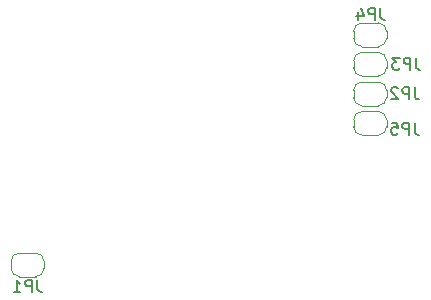
<source format=gbr>
%TF.GenerationSoftware,KiCad,Pcbnew,8.0.4-1.fc40*%
%TF.CreationDate,2024-09-05T19:31:20+01:00*%
%TF.ProjectId,better-lamp-controller,62657474-6572-42d6-9c61-6d702d636f6e,rev?*%
%TF.SameCoordinates,Original*%
%TF.FileFunction,Legend,Bot*%
%TF.FilePolarity,Positive*%
%FSLAX46Y46*%
G04 Gerber Fmt 4.6, Leading zero omitted, Abs format (unit mm)*
G04 Created by KiCad (PCBNEW 8.0.4-1.fc40) date 2024-09-05 19:31:20*
%MOMM*%
%LPD*%
G01*
G04 APERTURE LIST*
%ADD10C,0.150000*%
%ADD11C,0.120000*%
G04 APERTURE END LIST*
D10*
X144433333Y-99454819D02*
X144433333Y-100169104D01*
X144433333Y-100169104D02*
X144480952Y-100311961D01*
X144480952Y-100311961D02*
X144576190Y-100407200D01*
X144576190Y-100407200D02*
X144719047Y-100454819D01*
X144719047Y-100454819D02*
X144814285Y-100454819D01*
X143957142Y-100454819D02*
X143957142Y-99454819D01*
X143957142Y-99454819D02*
X143576190Y-99454819D01*
X143576190Y-99454819D02*
X143480952Y-99502438D01*
X143480952Y-99502438D02*
X143433333Y-99550057D01*
X143433333Y-99550057D02*
X143385714Y-99645295D01*
X143385714Y-99645295D02*
X143385714Y-99788152D01*
X143385714Y-99788152D02*
X143433333Y-99883390D01*
X143433333Y-99883390D02*
X143480952Y-99931009D01*
X143480952Y-99931009D02*
X143576190Y-99978628D01*
X143576190Y-99978628D02*
X143957142Y-99978628D01*
X142480952Y-99454819D02*
X142957142Y-99454819D01*
X142957142Y-99454819D02*
X143004761Y-99931009D01*
X143004761Y-99931009D02*
X142957142Y-99883390D01*
X142957142Y-99883390D02*
X142861904Y-99835771D01*
X142861904Y-99835771D02*
X142623809Y-99835771D01*
X142623809Y-99835771D02*
X142528571Y-99883390D01*
X142528571Y-99883390D02*
X142480952Y-99931009D01*
X142480952Y-99931009D02*
X142433333Y-100026247D01*
X142433333Y-100026247D02*
X142433333Y-100264342D01*
X142433333Y-100264342D02*
X142480952Y-100359580D01*
X142480952Y-100359580D02*
X142528571Y-100407200D01*
X142528571Y-100407200D02*
X142623809Y-100454819D01*
X142623809Y-100454819D02*
X142861904Y-100454819D01*
X142861904Y-100454819D02*
X142957142Y-100407200D01*
X142957142Y-100407200D02*
X143004761Y-100359580D01*
X112483333Y-112779819D02*
X112483333Y-113494104D01*
X112483333Y-113494104D02*
X112530952Y-113636961D01*
X112530952Y-113636961D02*
X112626190Y-113732200D01*
X112626190Y-113732200D02*
X112769047Y-113779819D01*
X112769047Y-113779819D02*
X112864285Y-113779819D01*
X112007142Y-113779819D02*
X112007142Y-112779819D01*
X112007142Y-112779819D02*
X111626190Y-112779819D01*
X111626190Y-112779819D02*
X111530952Y-112827438D01*
X111530952Y-112827438D02*
X111483333Y-112875057D01*
X111483333Y-112875057D02*
X111435714Y-112970295D01*
X111435714Y-112970295D02*
X111435714Y-113113152D01*
X111435714Y-113113152D02*
X111483333Y-113208390D01*
X111483333Y-113208390D02*
X111530952Y-113256009D01*
X111530952Y-113256009D02*
X111626190Y-113303628D01*
X111626190Y-113303628D02*
X112007142Y-113303628D01*
X110483333Y-113779819D02*
X111054761Y-113779819D01*
X110769047Y-113779819D02*
X110769047Y-112779819D01*
X110769047Y-112779819D02*
X110864285Y-112922676D01*
X110864285Y-112922676D02*
X110959523Y-113017914D01*
X110959523Y-113017914D02*
X111054761Y-113065533D01*
X144433333Y-96454819D02*
X144433333Y-97169104D01*
X144433333Y-97169104D02*
X144480952Y-97311961D01*
X144480952Y-97311961D02*
X144576190Y-97407200D01*
X144576190Y-97407200D02*
X144719047Y-97454819D01*
X144719047Y-97454819D02*
X144814285Y-97454819D01*
X143957142Y-97454819D02*
X143957142Y-96454819D01*
X143957142Y-96454819D02*
X143576190Y-96454819D01*
X143576190Y-96454819D02*
X143480952Y-96502438D01*
X143480952Y-96502438D02*
X143433333Y-96550057D01*
X143433333Y-96550057D02*
X143385714Y-96645295D01*
X143385714Y-96645295D02*
X143385714Y-96788152D01*
X143385714Y-96788152D02*
X143433333Y-96883390D01*
X143433333Y-96883390D02*
X143480952Y-96931009D01*
X143480952Y-96931009D02*
X143576190Y-96978628D01*
X143576190Y-96978628D02*
X143957142Y-96978628D01*
X143004761Y-96550057D02*
X142957142Y-96502438D01*
X142957142Y-96502438D02*
X142861904Y-96454819D01*
X142861904Y-96454819D02*
X142623809Y-96454819D01*
X142623809Y-96454819D02*
X142528571Y-96502438D01*
X142528571Y-96502438D02*
X142480952Y-96550057D01*
X142480952Y-96550057D02*
X142433333Y-96645295D01*
X142433333Y-96645295D02*
X142433333Y-96740533D01*
X142433333Y-96740533D02*
X142480952Y-96883390D01*
X142480952Y-96883390D02*
X143052380Y-97454819D01*
X143052380Y-97454819D02*
X142433333Y-97454819D01*
X144533333Y-93954819D02*
X144533333Y-94669104D01*
X144533333Y-94669104D02*
X144580952Y-94811961D01*
X144580952Y-94811961D02*
X144676190Y-94907200D01*
X144676190Y-94907200D02*
X144819047Y-94954819D01*
X144819047Y-94954819D02*
X144914285Y-94954819D01*
X144057142Y-94954819D02*
X144057142Y-93954819D01*
X144057142Y-93954819D02*
X143676190Y-93954819D01*
X143676190Y-93954819D02*
X143580952Y-94002438D01*
X143580952Y-94002438D02*
X143533333Y-94050057D01*
X143533333Y-94050057D02*
X143485714Y-94145295D01*
X143485714Y-94145295D02*
X143485714Y-94288152D01*
X143485714Y-94288152D02*
X143533333Y-94383390D01*
X143533333Y-94383390D02*
X143580952Y-94431009D01*
X143580952Y-94431009D02*
X143676190Y-94478628D01*
X143676190Y-94478628D02*
X144057142Y-94478628D01*
X143152380Y-93954819D02*
X142533333Y-93954819D01*
X142533333Y-93954819D02*
X142866666Y-94335771D01*
X142866666Y-94335771D02*
X142723809Y-94335771D01*
X142723809Y-94335771D02*
X142628571Y-94383390D01*
X142628571Y-94383390D02*
X142580952Y-94431009D01*
X142580952Y-94431009D02*
X142533333Y-94526247D01*
X142533333Y-94526247D02*
X142533333Y-94764342D01*
X142533333Y-94764342D02*
X142580952Y-94859580D01*
X142580952Y-94859580D02*
X142628571Y-94907200D01*
X142628571Y-94907200D02*
X142723809Y-94954819D01*
X142723809Y-94954819D02*
X143009523Y-94954819D01*
X143009523Y-94954819D02*
X143104761Y-94907200D01*
X143104761Y-94907200D02*
X143152380Y-94859580D01*
X141533333Y-89754819D02*
X141533333Y-90469104D01*
X141533333Y-90469104D02*
X141580952Y-90611961D01*
X141580952Y-90611961D02*
X141676190Y-90707200D01*
X141676190Y-90707200D02*
X141819047Y-90754819D01*
X141819047Y-90754819D02*
X141914285Y-90754819D01*
X141057142Y-90754819D02*
X141057142Y-89754819D01*
X141057142Y-89754819D02*
X140676190Y-89754819D01*
X140676190Y-89754819D02*
X140580952Y-89802438D01*
X140580952Y-89802438D02*
X140533333Y-89850057D01*
X140533333Y-89850057D02*
X140485714Y-89945295D01*
X140485714Y-89945295D02*
X140485714Y-90088152D01*
X140485714Y-90088152D02*
X140533333Y-90183390D01*
X140533333Y-90183390D02*
X140580952Y-90231009D01*
X140580952Y-90231009D02*
X140676190Y-90278628D01*
X140676190Y-90278628D02*
X141057142Y-90278628D01*
X139628571Y-90088152D02*
X139628571Y-90754819D01*
X139866666Y-89707200D02*
X140104761Y-90421485D01*
X140104761Y-90421485D02*
X139485714Y-90421485D01*
D11*
%TO.C,JP5*%
X139250000Y-99800000D02*
X139250000Y-99200000D01*
X139950000Y-98500000D02*
X141350000Y-98500000D01*
X141350000Y-100500000D02*
X139950000Y-100500000D01*
X142050000Y-99200000D02*
X142050000Y-99800000D01*
X139250000Y-99200000D02*
G75*
G02*
X139950000Y-98500000I699999J1D01*
G01*
X139950000Y-100500000D02*
G75*
G02*
X139250000Y-99800000I-1J699999D01*
G01*
X141350000Y-98500000D02*
G75*
G02*
X142050000Y-99200000I0J-700000D01*
G01*
X142050000Y-99800000D02*
G75*
G02*
X141350000Y-100500000I-700000J0D01*
G01*
%TO.C,JP1*%
X110250000Y-111775000D02*
X110250000Y-111175000D01*
X110950000Y-110475000D02*
X112350000Y-110475000D01*
X112350000Y-112475000D02*
X110950000Y-112475000D01*
X113050000Y-111175000D02*
X113050000Y-111775000D01*
X110250000Y-111175000D02*
G75*
G02*
X110950000Y-110475000I700000J0D01*
G01*
X110950000Y-112475000D02*
G75*
G02*
X110250000Y-111775000I0J700000D01*
G01*
X112350000Y-110475000D02*
G75*
G02*
X113050000Y-111175000I1J-699999D01*
G01*
X113050000Y-111775000D02*
G75*
G02*
X112350000Y-112475000I-699999J-1D01*
G01*
%TO.C,JP2*%
X139250000Y-97300000D02*
X139250000Y-96700000D01*
X139950000Y-96000000D02*
X141350000Y-96000000D01*
X141350000Y-98000000D02*
X139950000Y-98000000D01*
X142050000Y-96700000D02*
X142050000Y-97300000D01*
X139250000Y-96700000D02*
G75*
G02*
X139950000Y-96000000I699999J1D01*
G01*
X139950000Y-98000000D02*
G75*
G02*
X139250000Y-97300000I-1J699999D01*
G01*
X141350000Y-96000000D02*
G75*
G02*
X142050000Y-96700000I0J-700000D01*
G01*
X142050000Y-97300000D02*
G75*
G02*
X141350000Y-98000000I-700000J0D01*
G01*
%TO.C,JP3*%
X139250000Y-94800000D02*
X139250000Y-94200000D01*
X139950000Y-93500000D02*
X141350000Y-93500000D01*
X141350000Y-95500000D02*
X139950000Y-95500000D01*
X142050000Y-94200000D02*
X142050000Y-94800000D01*
X139250000Y-94200000D02*
G75*
G02*
X139950000Y-93500000I699999J1D01*
G01*
X139950000Y-95500000D02*
G75*
G02*
X139250000Y-94800000I-1J699999D01*
G01*
X141350000Y-93500000D02*
G75*
G02*
X142050000Y-94200000I0J-700000D01*
G01*
X142050000Y-94800000D02*
G75*
G02*
X141350000Y-95500000I-700000J0D01*
G01*
%TO.C,JP4*%
X139250000Y-92300000D02*
X139250000Y-91700000D01*
X139950000Y-91000000D02*
X141350000Y-91000000D01*
X141350000Y-93000000D02*
X139950000Y-93000000D01*
X142050000Y-91700000D02*
X142050000Y-92300000D01*
X139250000Y-91700000D02*
G75*
G02*
X139950000Y-91000000I699999J1D01*
G01*
X139950000Y-93000000D02*
G75*
G02*
X139250000Y-92300000I-1J699999D01*
G01*
X141350000Y-91000000D02*
G75*
G02*
X142050000Y-91700000I0J-700000D01*
G01*
X142050000Y-92300000D02*
G75*
G02*
X141350000Y-93000000I-700000J0D01*
G01*
%TD*%
M02*

</source>
